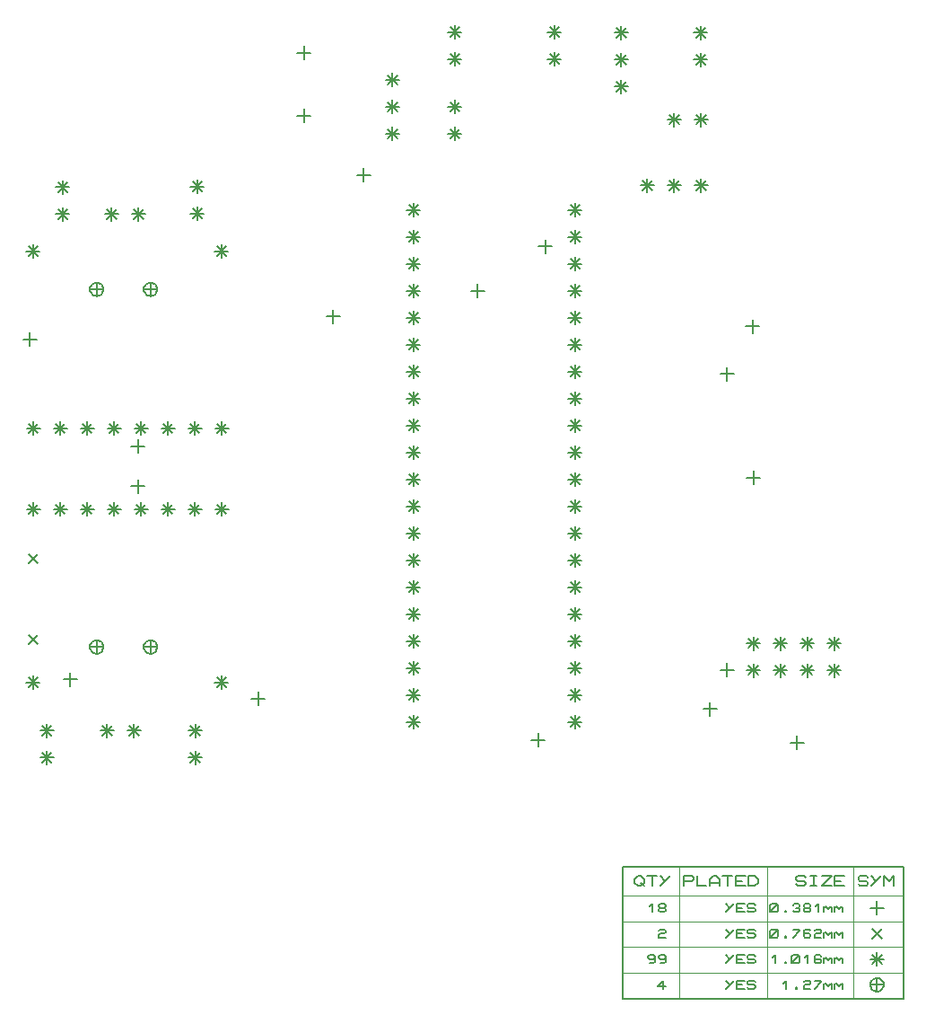
<source format=gbr>
G04 PROTEUS RS274X GERBER FILE*
%FSLAX45Y45*%
%MOMM*%
G01*
%ADD16C,0.203200*%
%ADD17C,0.127000*%
%ADD18C,0.063500*%
D16*
X+3105960Y+6892105D02*
X+3105960Y+6765105D01*
X+3169460Y+6828605D02*
X+3042460Y+6828605D01*
X+3105960Y+7482205D02*
X+3105960Y+7355205D01*
X+3169460Y+7418705D02*
X+3042460Y+7418705D01*
X+7097938Y+1665256D02*
X+7097938Y+1538256D01*
X+7161438Y+1601756D02*
X+7034438Y+1601756D01*
X+7097938Y+4457316D02*
X+7097938Y+4330316D01*
X+7161438Y+4393816D02*
X+7034438Y+4393816D01*
X+7350000Y+3478157D02*
X+7350000Y+3351157D01*
X+7413500Y+3414657D02*
X+7286500Y+3414657D01*
X+7340000Y+4903500D02*
X+7340000Y+4776500D01*
X+7403500Y+4840000D02*
X+7276500Y+4840000D01*
X+7760468Y+979516D02*
X+7760468Y+852516D01*
X+7823968Y+916016D02*
X+7696968Y+916016D01*
X+6936953Y+1297016D02*
X+6936953Y+1170016D01*
X+7000453Y+1233516D02*
X+6873453Y+1233516D01*
X+3379880Y+4999283D02*
X+3379880Y+4872283D01*
X+3443380Y+4935783D02*
X+3316380Y+4935783D01*
X+520000Y+4783500D02*
X+520000Y+4656500D01*
X+583500Y+4720000D02*
X+456500Y+4720000D01*
X+3670602Y+6330487D02*
X+3670602Y+6203487D01*
X+3734102Y+6266987D02*
X+3607102Y+6266987D01*
X+5384337Y+5657234D02*
X+5384337Y+5530234D01*
X+5447837Y+5593734D02*
X+5320837Y+5593734D01*
X+1540000Y+3773500D02*
X+1540000Y+3646500D01*
X+1603500Y+3710000D02*
X+1476500Y+3710000D01*
X+1540822Y+3396309D02*
X+1540822Y+3269309D01*
X+1604322Y+3332809D02*
X+1477322Y+3332809D01*
X+900544Y+1576911D02*
X+900544Y+1449911D01*
X+964044Y+1513411D02*
X+837044Y+1513411D01*
X+2674402Y+1397454D02*
X+2674402Y+1270454D01*
X+2737902Y+1333954D02*
X+2610902Y+1333954D01*
X+5315061Y+1005876D02*
X+5315061Y+878876D01*
X+5378561Y+942376D02*
X+5251561Y+942376D01*
X+4743828Y+5238311D02*
X+4743828Y+5111311D01*
X+4807328Y+5174811D02*
X+4680328Y+5174811D01*
X+5470000Y+7423500D02*
X+5470000Y+7296500D01*
X+5533500Y+7360000D02*
X+5406500Y+7360000D01*
X+5514901Y+7404901D02*
X+5425099Y+7315099D01*
X+5514901Y+7315099D02*
X+5425099Y+7404901D01*
X+5470000Y+7677500D02*
X+5470000Y+7550500D01*
X+5533500Y+7614000D02*
X+5406500Y+7614000D01*
X+5514901Y+7658901D02*
X+5425099Y+7569099D01*
X+5514901Y+7569099D02*
X+5425099Y+7658901D01*
X+4530000Y+7423500D02*
X+4530000Y+7296500D01*
X+4593500Y+7360000D02*
X+4466500Y+7360000D01*
X+4574901Y+7404901D02*
X+4485099Y+7315099D01*
X+4574901Y+7315099D02*
X+4485099Y+7404901D01*
X+4530000Y+7677500D02*
X+4530000Y+7550500D01*
X+4593500Y+7614000D02*
X+4466500Y+7614000D01*
X+4574901Y+7658901D02*
X+4485099Y+7569099D01*
X+4574901Y+7569099D02*
X+4485099Y+7658901D01*
X+6854000Y+6853500D02*
X+6854000Y+6726500D01*
X+6917500Y+6790000D02*
X+6790500Y+6790000D01*
X+6898901Y+6834901D02*
X+6809099Y+6745099D01*
X+6898901Y+6745099D02*
X+6809099Y+6834901D01*
X+6600000Y+6853500D02*
X+6600000Y+6726500D01*
X+6663500Y+6790000D02*
X+6536500Y+6790000D01*
X+6644901Y+6834901D02*
X+6555099Y+6745099D01*
X+6644901Y+6745099D02*
X+6555099Y+6834901D01*
X+4530000Y+6973500D02*
X+4530000Y+6846500D01*
X+4593500Y+6910000D02*
X+4466500Y+6910000D01*
X+4574901Y+6954901D02*
X+4485099Y+6865099D01*
X+4574901Y+6865099D02*
X+4485099Y+6954901D01*
X+4530000Y+6719500D02*
X+4530000Y+6592500D01*
X+4593500Y+6656000D02*
X+4466500Y+6656000D01*
X+4574901Y+6700901D02*
X+4485099Y+6611099D01*
X+4574901Y+6611099D02*
X+4485099Y+6700901D01*
X+2100000Y+6223500D02*
X+2100000Y+6096500D01*
X+2163500Y+6160000D02*
X+2036500Y+6160000D01*
X+2144901Y+6204901D02*
X+2055099Y+6115099D01*
X+2144901Y+6115099D02*
X+2055099Y+6204901D01*
X+2100000Y+5969500D02*
X+2100000Y+5842500D01*
X+2163500Y+5906000D02*
X+2036500Y+5906000D01*
X+2144901Y+5950901D02*
X+2055099Y+5861099D01*
X+2144901Y+5861099D02*
X+2055099Y+5950901D01*
X+830000Y+6217500D02*
X+830000Y+6090500D01*
X+893500Y+6154000D02*
X+766500Y+6154000D01*
X+874901Y+6198901D02*
X+785099Y+6109099D01*
X+874901Y+6109099D02*
X+785099Y+6198901D01*
X+830000Y+5963500D02*
X+830000Y+5836500D01*
X+893500Y+5900000D02*
X+766500Y+5900000D01*
X+874901Y+5944901D02*
X+785099Y+5855099D01*
X+874901Y+5855099D02*
X+785099Y+5944901D01*
X+1544000Y+5963500D02*
X+1544000Y+5836500D01*
X+1607500Y+5900000D02*
X+1480500Y+5900000D01*
X+1588901Y+5944901D02*
X+1499099Y+5855099D01*
X+1588901Y+5855099D02*
X+1499099Y+5944901D01*
X+1290000Y+5963500D02*
X+1290000Y+5836500D01*
X+1353500Y+5900000D02*
X+1226500Y+5900000D01*
X+1334901Y+5944901D02*
X+1245099Y+5855099D01*
X+1334901Y+5855099D02*
X+1245099Y+5944901D01*
X+2080000Y+839500D02*
X+2080000Y+712500D01*
X+2143500Y+776000D02*
X+2016500Y+776000D01*
X+2124901Y+820901D02*
X+2035099Y+731099D01*
X+2124901Y+731099D02*
X+2035099Y+820901D01*
X+2080000Y+1093500D02*
X+2080000Y+966500D01*
X+2143500Y+1030000D02*
X+2016500Y+1030000D01*
X+2124901Y+1074901D02*
X+2035099Y+985099D01*
X+2124901Y+985099D02*
X+2035099Y+1074901D01*
X+1504000Y+1093500D02*
X+1504000Y+966500D01*
X+1567500Y+1030000D02*
X+1440500Y+1030000D01*
X+1548901Y+1074901D02*
X+1459099Y+985099D01*
X+1548901Y+985099D02*
X+1459099Y+1074901D01*
X+1250000Y+1093500D02*
X+1250000Y+966500D01*
X+1313500Y+1030000D02*
X+1186500Y+1030000D01*
X+1294901Y+1074901D02*
X+1205099Y+985099D01*
X+1294901Y+985099D02*
X+1205099Y+1074901D01*
X+680000Y+839500D02*
X+680000Y+712500D01*
X+743500Y+776000D02*
X+616500Y+776000D01*
X+724901Y+820901D02*
X+635099Y+731099D01*
X+724901Y+731099D02*
X+635099Y+820901D01*
X+680000Y+1093500D02*
X+680000Y+966500D01*
X+743500Y+1030000D02*
X+616500Y+1030000D01*
X+724901Y+1074901D02*
X+635099Y+985099D01*
X+724901Y+985099D02*
X+635099Y+1074901D01*
X+550000Y+5613500D02*
X+550000Y+5486500D01*
X+613500Y+5550000D02*
X+486500Y+5550000D01*
X+594901Y+5594901D02*
X+505099Y+5505099D01*
X+594901Y+5505099D02*
X+505099Y+5594901D01*
X+2328000Y+5613500D02*
X+2328000Y+5486500D01*
X+2391500Y+5550000D02*
X+2264500Y+5550000D01*
X+2372901Y+5594901D02*
X+2283099Y+5505099D01*
X+2372901Y+5505099D02*
X+2283099Y+5594901D01*
X+550000Y+1549500D02*
X+550000Y+1422500D01*
X+613500Y+1486000D02*
X+486500Y+1486000D01*
X+594901Y+1530901D02*
X+505099Y+1441099D01*
X+594901Y+1441099D02*
X+505099Y+1530901D01*
X+2328000Y+1549500D02*
X+2328000Y+1422500D01*
X+2391500Y+1486000D02*
X+2264500Y+1486000D01*
X+2372901Y+1530901D02*
X+2283099Y+1441099D01*
X+2372901Y+1441099D02*
X+2283099Y+1530901D01*
X+6850000Y+7673500D02*
X+6850000Y+7546500D01*
X+6913500Y+7610000D02*
X+6786500Y+7610000D01*
X+6894901Y+7654901D02*
X+6805099Y+7565099D01*
X+6894901Y+7565099D02*
X+6805099Y+7654901D01*
X+6850000Y+7419500D02*
X+6850000Y+7292500D01*
X+6913500Y+7356000D02*
X+6786500Y+7356000D01*
X+6894901Y+7400901D02*
X+6805099Y+7311099D01*
X+6894901Y+7311099D02*
X+6805099Y+7400901D01*
X+7856000Y+1663500D02*
X+7856000Y+1536500D01*
X+7919500Y+1600000D02*
X+7792500Y+1600000D01*
X+7900901Y+1644901D02*
X+7811099Y+1555099D01*
X+7900901Y+1555099D02*
X+7811099Y+1644901D01*
X+7856000Y+1917500D02*
X+7856000Y+1790500D01*
X+7919500Y+1854000D02*
X+7792500Y+1854000D01*
X+7900901Y+1898901D02*
X+7811099Y+1809099D01*
X+7900901Y+1809099D02*
X+7811099Y+1898901D01*
X+8110000Y+1663500D02*
X+8110000Y+1536500D01*
X+8173500Y+1600000D02*
X+8046500Y+1600000D01*
X+8154901Y+1644901D02*
X+8065099Y+1555099D01*
X+8154901Y+1555099D02*
X+8065099Y+1644901D01*
X+7348000Y+1917500D02*
X+7348000Y+1790500D01*
X+7411500Y+1854000D02*
X+7284500Y+1854000D01*
X+7392901Y+1898901D02*
X+7303099Y+1809099D01*
X+7392901Y+1809099D02*
X+7303099Y+1898901D01*
X+7348000Y+1663500D02*
X+7348000Y+1536500D01*
X+7411500Y+1600000D02*
X+7284500Y+1600000D01*
X+7392901Y+1644901D02*
X+7303099Y+1555099D01*
X+7392901Y+1555099D02*
X+7303099Y+1644901D01*
X+7602000Y+1917500D02*
X+7602000Y+1790500D01*
X+7665500Y+1854000D02*
X+7538500Y+1854000D01*
X+7646901Y+1898901D02*
X+7557099Y+1809099D01*
X+7646901Y+1809099D02*
X+7557099Y+1898901D01*
X+7602000Y+1663500D02*
X+7602000Y+1536500D01*
X+7665500Y+1600000D02*
X+7538500Y+1600000D01*
X+7646901Y+1644901D02*
X+7557099Y+1555099D01*
X+7646901Y+1555099D02*
X+7557099Y+1644901D01*
X+8110000Y+1917500D02*
X+8110000Y+1790500D01*
X+8173500Y+1854000D02*
X+8046500Y+1854000D01*
X+8154901Y+1898901D02*
X+8065099Y+1809099D01*
X+8154901Y+1809099D02*
X+8065099Y+1898901D01*
X+5664000Y+1175500D02*
X+5664000Y+1048500D01*
X+5727500Y+1112000D02*
X+5600500Y+1112000D01*
X+5708901Y+1156901D02*
X+5619099Y+1067099D01*
X+5708901Y+1067099D02*
X+5619099Y+1156901D01*
X+4140000Y+5493500D02*
X+4140000Y+5366500D01*
X+4203500Y+5430000D02*
X+4076500Y+5430000D01*
X+4184901Y+5474901D02*
X+4095099Y+5385099D01*
X+4184901Y+5385099D02*
X+4095099Y+5474901D01*
X+4140000Y+6001500D02*
X+4140000Y+5874500D01*
X+4203500Y+5938000D02*
X+4076500Y+5938000D01*
X+4184901Y+5982901D02*
X+4095099Y+5893099D01*
X+4184901Y+5893099D02*
X+4095099Y+5982901D01*
X+5664000Y+1683500D02*
X+5664000Y+1556500D01*
X+5727500Y+1620000D02*
X+5600500Y+1620000D01*
X+5708901Y+1664901D02*
X+5619099Y+1575099D01*
X+5708901Y+1575099D02*
X+5619099Y+1664901D01*
X+4140000Y+2445500D02*
X+4140000Y+2318500D01*
X+4203500Y+2382000D02*
X+4076500Y+2382000D01*
X+4184901Y+2426901D02*
X+4095099Y+2337099D01*
X+4184901Y+2337099D02*
X+4095099Y+2426901D01*
X+4140000Y+2699500D02*
X+4140000Y+2572500D01*
X+4203500Y+2636000D02*
X+4076500Y+2636000D01*
X+4184901Y+2680901D02*
X+4095099Y+2591099D01*
X+4184901Y+2591099D02*
X+4095099Y+2680901D01*
X+4140000Y+2953500D02*
X+4140000Y+2826500D01*
X+4203500Y+2890000D02*
X+4076500Y+2890000D01*
X+4184901Y+2934901D02*
X+4095099Y+2845099D01*
X+4184901Y+2845099D02*
X+4095099Y+2934901D01*
X+4140000Y+3207500D02*
X+4140000Y+3080500D01*
X+4203500Y+3144000D02*
X+4076500Y+3144000D01*
X+4184901Y+3188901D02*
X+4095099Y+3099099D01*
X+4184901Y+3099099D02*
X+4095099Y+3188901D01*
X+4140000Y+3461500D02*
X+4140000Y+3334500D01*
X+4203500Y+3398000D02*
X+4076500Y+3398000D01*
X+4184901Y+3442901D02*
X+4095099Y+3353099D01*
X+4184901Y+3353099D02*
X+4095099Y+3442901D01*
X+4140000Y+3715500D02*
X+4140000Y+3588500D01*
X+4203500Y+3652000D02*
X+4076500Y+3652000D01*
X+4184901Y+3696901D02*
X+4095099Y+3607099D01*
X+4184901Y+3607099D02*
X+4095099Y+3696901D01*
X+4140000Y+3969500D02*
X+4140000Y+3842500D01*
X+4203500Y+3906000D02*
X+4076500Y+3906000D01*
X+4184901Y+3950901D02*
X+4095099Y+3861099D01*
X+4184901Y+3861099D02*
X+4095099Y+3950901D01*
X+4140000Y+4223500D02*
X+4140000Y+4096500D01*
X+4203500Y+4160000D02*
X+4076500Y+4160000D01*
X+4184901Y+4204901D02*
X+4095099Y+4115099D01*
X+4184901Y+4115099D02*
X+4095099Y+4204901D01*
X+5664000Y+4985500D02*
X+5664000Y+4858500D01*
X+5727500Y+4922000D02*
X+5600500Y+4922000D01*
X+5708901Y+4966901D02*
X+5619099Y+4877099D01*
X+5708901Y+4877099D02*
X+5619099Y+4966901D01*
X+5664000Y+4731500D02*
X+5664000Y+4604500D01*
X+5727500Y+4668000D02*
X+5600500Y+4668000D01*
X+5708901Y+4712901D02*
X+5619099Y+4623099D01*
X+5708901Y+4623099D02*
X+5619099Y+4712901D01*
X+5664000Y+4477500D02*
X+5664000Y+4350500D01*
X+5727500Y+4414000D02*
X+5600500Y+4414000D01*
X+5708901Y+4458901D02*
X+5619099Y+4369099D01*
X+5708901Y+4369099D02*
X+5619099Y+4458901D01*
X+5664000Y+4223500D02*
X+5664000Y+4096500D01*
X+5727500Y+4160000D02*
X+5600500Y+4160000D01*
X+5708901Y+4204901D02*
X+5619099Y+4115099D01*
X+5708901Y+4115099D02*
X+5619099Y+4204901D01*
X+5664000Y+3969500D02*
X+5664000Y+3842500D01*
X+5727500Y+3906000D02*
X+5600500Y+3906000D01*
X+5708901Y+3950901D02*
X+5619099Y+3861099D01*
X+5708901Y+3861099D02*
X+5619099Y+3950901D01*
X+5664000Y+3715500D02*
X+5664000Y+3588500D01*
X+5727500Y+3652000D02*
X+5600500Y+3652000D01*
X+5708901Y+3696901D02*
X+5619099Y+3607099D01*
X+5708901Y+3607099D02*
X+5619099Y+3696901D01*
X+4140000Y+4477500D02*
X+4140000Y+4350500D01*
X+4203500Y+4414000D02*
X+4076500Y+4414000D01*
X+4184901Y+4458901D02*
X+4095099Y+4369099D01*
X+4184901Y+4369099D02*
X+4095099Y+4458901D01*
X+4140000Y+4731500D02*
X+4140000Y+4604500D01*
X+4203500Y+4668000D02*
X+4076500Y+4668000D01*
X+4184901Y+4712901D02*
X+4095099Y+4623099D01*
X+4184901Y+4623099D02*
X+4095099Y+4712901D01*
X+4140000Y+4985500D02*
X+4140000Y+4858500D01*
X+4203500Y+4922000D02*
X+4076500Y+4922000D01*
X+4184901Y+4966901D02*
X+4095099Y+4877099D01*
X+4184901Y+4877099D02*
X+4095099Y+4966901D01*
X+5664000Y+3461500D02*
X+5664000Y+3334500D01*
X+5727500Y+3398000D02*
X+5600500Y+3398000D01*
X+5708901Y+3442901D02*
X+5619099Y+3353099D01*
X+5708901Y+3353099D02*
X+5619099Y+3442901D01*
X+5664000Y+3207500D02*
X+5664000Y+3080500D01*
X+5727500Y+3144000D02*
X+5600500Y+3144000D01*
X+5708901Y+3188901D02*
X+5619099Y+3099099D01*
X+5708901Y+3099099D02*
X+5619099Y+3188901D01*
X+5664000Y+2953500D02*
X+5664000Y+2826500D01*
X+5727500Y+2890000D02*
X+5600500Y+2890000D01*
X+5708901Y+2934901D02*
X+5619099Y+2845099D01*
X+5708901Y+2845099D02*
X+5619099Y+2934901D01*
X+5664000Y+2699500D02*
X+5664000Y+2572500D01*
X+5727500Y+2636000D02*
X+5600500Y+2636000D01*
X+5708901Y+2680901D02*
X+5619099Y+2591099D01*
X+5708901Y+2591099D02*
X+5619099Y+2680901D01*
X+5664000Y+2445500D02*
X+5664000Y+2318500D01*
X+5727500Y+2382000D02*
X+5600500Y+2382000D01*
X+5708901Y+2426901D02*
X+5619099Y+2337099D01*
X+5708901Y+2337099D02*
X+5619099Y+2426901D01*
X+5664000Y+2191500D02*
X+5664000Y+2064500D01*
X+5727500Y+2128000D02*
X+5600500Y+2128000D01*
X+5708901Y+2172901D02*
X+5619099Y+2083099D01*
X+5708901Y+2083099D02*
X+5619099Y+2172901D01*
X+5664000Y+1937500D02*
X+5664000Y+1810500D01*
X+5727500Y+1874000D02*
X+5600500Y+1874000D01*
X+5708901Y+1918901D02*
X+5619099Y+1829099D01*
X+5708901Y+1829099D02*
X+5619099Y+1918901D01*
X+4140000Y+5239500D02*
X+4140000Y+5112500D01*
X+4203500Y+5176000D02*
X+4076500Y+5176000D01*
X+4184901Y+5220901D02*
X+4095099Y+5131099D01*
X+4184901Y+5131099D02*
X+4095099Y+5220901D01*
X+5664000Y+6001500D02*
X+5664000Y+5874500D01*
X+5727500Y+5938000D02*
X+5600500Y+5938000D01*
X+5708901Y+5982901D02*
X+5619099Y+5893099D01*
X+5708901Y+5893099D02*
X+5619099Y+5982901D01*
X+5664000Y+5747500D02*
X+5664000Y+5620500D01*
X+5727500Y+5684000D02*
X+5600500Y+5684000D01*
X+5708901Y+5728901D02*
X+5619099Y+5639099D01*
X+5708901Y+5639099D02*
X+5619099Y+5728901D01*
X+5664000Y+5493500D02*
X+5664000Y+5366500D01*
X+5727500Y+5430000D02*
X+5600500Y+5430000D01*
X+5708901Y+5474901D02*
X+5619099Y+5385099D01*
X+5708901Y+5385099D02*
X+5619099Y+5474901D01*
X+5664000Y+5239500D02*
X+5664000Y+5112500D01*
X+5727500Y+5176000D02*
X+5600500Y+5176000D01*
X+5708901Y+5220901D02*
X+5619099Y+5131099D01*
X+5708901Y+5131099D02*
X+5619099Y+5220901D01*
X+4140000Y+1429500D02*
X+4140000Y+1302500D01*
X+4203500Y+1366000D02*
X+4076500Y+1366000D01*
X+4184901Y+1410901D02*
X+4095099Y+1321099D01*
X+4184901Y+1321099D02*
X+4095099Y+1410901D01*
X+4140000Y+1683500D02*
X+4140000Y+1556500D01*
X+4203500Y+1620000D02*
X+4076500Y+1620000D01*
X+4184901Y+1664901D02*
X+4095099Y+1575099D01*
X+4184901Y+1575099D02*
X+4095099Y+1664901D01*
X+4140000Y+1937500D02*
X+4140000Y+1810500D01*
X+4203500Y+1874000D02*
X+4076500Y+1874000D01*
X+4184901Y+1918901D02*
X+4095099Y+1829099D01*
X+4184901Y+1829099D02*
X+4095099Y+1918901D01*
X+5664000Y+1429500D02*
X+5664000Y+1302500D01*
X+5727500Y+1366000D02*
X+5600500Y+1366000D01*
X+5708901Y+1410901D02*
X+5619099Y+1321099D01*
X+5708901Y+1321099D02*
X+5619099Y+1410901D01*
X+4140000Y+5747500D02*
X+4140000Y+5620500D01*
X+4203500Y+5684000D02*
X+4076500Y+5684000D01*
X+4184901Y+5728901D02*
X+4095099Y+5639099D01*
X+4184901Y+5639099D02*
X+4095099Y+5728901D01*
X+4140000Y+2191500D02*
X+4140000Y+2064500D01*
X+4203500Y+2128000D02*
X+4076500Y+2128000D01*
X+4184901Y+2172901D02*
X+4095099Y+2083099D01*
X+4184901Y+2083099D02*
X+4095099Y+2172901D01*
X+4140000Y+1175500D02*
X+4140000Y+1048500D01*
X+4203500Y+1112000D02*
X+4076500Y+1112000D01*
X+4184901Y+1156901D02*
X+4095099Y+1067099D01*
X+4184901Y+1067099D02*
X+4095099Y+1156901D01*
X+2330000Y+3181500D02*
X+2330000Y+3054500D01*
X+2393500Y+3118000D02*
X+2266500Y+3118000D01*
X+2374901Y+3162901D02*
X+2285099Y+3073099D01*
X+2374901Y+3073099D02*
X+2285099Y+3162901D01*
X+2076000Y+3181500D02*
X+2076000Y+3054500D01*
X+2139500Y+3118000D02*
X+2012500Y+3118000D01*
X+2120901Y+3162901D02*
X+2031099Y+3073099D01*
X+2120901Y+3073099D02*
X+2031099Y+3162901D01*
X+1822000Y+3181500D02*
X+1822000Y+3054500D01*
X+1885500Y+3118000D02*
X+1758500Y+3118000D01*
X+1866901Y+3162901D02*
X+1777099Y+3073099D01*
X+1866901Y+3073099D02*
X+1777099Y+3162901D01*
X+1568000Y+3181500D02*
X+1568000Y+3054500D01*
X+1631500Y+3118000D02*
X+1504500Y+3118000D01*
X+1612901Y+3162901D02*
X+1523099Y+3073099D01*
X+1612901Y+3073099D02*
X+1523099Y+3162901D01*
X+1314000Y+3181500D02*
X+1314000Y+3054500D01*
X+1377500Y+3118000D02*
X+1250500Y+3118000D01*
X+1358901Y+3162901D02*
X+1269099Y+3073099D01*
X+1358901Y+3073099D02*
X+1269099Y+3162901D01*
X+1060000Y+3181500D02*
X+1060000Y+3054500D01*
X+1123500Y+3118000D02*
X+996500Y+3118000D01*
X+1104901Y+3162901D02*
X+1015099Y+3073099D01*
X+1104901Y+3073099D02*
X+1015099Y+3162901D01*
X+806000Y+3181500D02*
X+806000Y+3054500D01*
X+869500Y+3118000D02*
X+742500Y+3118000D01*
X+850901Y+3162901D02*
X+761099Y+3073099D01*
X+850901Y+3073099D02*
X+761099Y+3162901D01*
X+552000Y+3181500D02*
X+552000Y+3054500D01*
X+615500Y+3118000D02*
X+488500Y+3118000D01*
X+596901Y+3162901D02*
X+507099Y+3073099D01*
X+596901Y+3073099D02*
X+507099Y+3162901D01*
X+552000Y+3943500D02*
X+552000Y+3816500D01*
X+615500Y+3880000D02*
X+488500Y+3880000D01*
X+596901Y+3924901D02*
X+507099Y+3835099D01*
X+596901Y+3835099D02*
X+507099Y+3924901D01*
X+806000Y+3943500D02*
X+806000Y+3816500D01*
X+869500Y+3880000D02*
X+742500Y+3880000D01*
X+850901Y+3924901D02*
X+761099Y+3835099D01*
X+850901Y+3835099D02*
X+761099Y+3924901D01*
X+1060000Y+3943500D02*
X+1060000Y+3816500D01*
X+1123500Y+3880000D02*
X+996500Y+3880000D01*
X+1104901Y+3924901D02*
X+1015099Y+3835099D01*
X+1104901Y+3835099D02*
X+1015099Y+3924901D01*
X+1314000Y+3943500D02*
X+1314000Y+3816500D01*
X+1377500Y+3880000D02*
X+1250500Y+3880000D01*
X+1358901Y+3924901D02*
X+1269099Y+3835099D01*
X+1358901Y+3835099D02*
X+1269099Y+3924901D01*
X+1568000Y+3943500D02*
X+1568000Y+3816500D01*
X+1631500Y+3880000D02*
X+1504500Y+3880000D01*
X+1612901Y+3924901D02*
X+1523099Y+3835099D01*
X+1612901Y+3835099D02*
X+1523099Y+3924901D01*
X+1822000Y+3943500D02*
X+1822000Y+3816500D01*
X+1885500Y+3880000D02*
X+1758500Y+3880000D01*
X+1866901Y+3924901D02*
X+1777099Y+3835099D01*
X+1866901Y+3835099D02*
X+1777099Y+3924901D01*
X+2076000Y+3943500D02*
X+2076000Y+3816500D01*
X+2139500Y+3880000D02*
X+2012500Y+3880000D01*
X+2120901Y+3924901D02*
X+2031099Y+3835099D01*
X+2120901Y+3835099D02*
X+2031099Y+3924901D01*
X+2330000Y+3943500D02*
X+2330000Y+3816500D01*
X+2393500Y+3880000D02*
X+2266500Y+3880000D01*
X+2374901Y+3924901D02*
X+2285099Y+3835099D01*
X+2374901Y+3835099D02*
X+2285099Y+3924901D01*
X+3940000Y+7227500D02*
X+3940000Y+7100500D01*
X+4003500Y+7164000D02*
X+3876500Y+7164000D01*
X+3984901Y+7208901D02*
X+3895099Y+7119099D01*
X+3984901Y+7119099D02*
X+3895099Y+7208901D01*
X+3940000Y+6973500D02*
X+3940000Y+6846500D01*
X+4003500Y+6910000D02*
X+3876500Y+6910000D01*
X+3984901Y+6954901D02*
X+3895099Y+6865099D01*
X+3984901Y+6865099D02*
X+3895099Y+6954901D01*
X+3940000Y+6719500D02*
X+3940000Y+6592500D01*
X+4003500Y+6656000D02*
X+3876500Y+6656000D01*
X+3984901Y+6700901D02*
X+3895099Y+6611099D01*
X+3984901Y+6611099D02*
X+3895099Y+6700901D01*
X+6854000Y+6233500D02*
X+6854000Y+6106500D01*
X+6917500Y+6170000D02*
X+6790500Y+6170000D01*
X+6898901Y+6214901D02*
X+6809099Y+6125099D01*
X+6898901Y+6125099D02*
X+6809099Y+6214901D01*
X+6600000Y+6233500D02*
X+6600000Y+6106500D01*
X+6663500Y+6170000D02*
X+6536500Y+6170000D01*
X+6644901Y+6214901D02*
X+6555099Y+6125099D01*
X+6644901Y+6125099D02*
X+6555099Y+6214901D01*
X+6346000Y+6233500D02*
X+6346000Y+6106500D01*
X+6409500Y+6170000D02*
X+6282500Y+6170000D01*
X+6390901Y+6214901D02*
X+6301099Y+6125099D01*
X+6390901Y+6125099D02*
X+6301099Y+6214901D01*
X+1721500Y+5190000D02*
X+1721275Y+5195335D01*
X+1719449Y+5206007D01*
X+1715624Y+5216679D01*
X+1709353Y+5227351D01*
X+1699780Y+5237819D01*
X+1689108Y+5245358D01*
X+1678436Y+5250122D01*
X+1667764Y+5252745D01*
X+1658000Y+5253500D01*
X+1594500Y+5190000D02*
X+1594725Y+5195335D01*
X+1596551Y+5206007D01*
X+1600376Y+5216679D01*
X+1606647Y+5227351D01*
X+1616220Y+5237819D01*
X+1626892Y+5245358D01*
X+1637564Y+5250122D01*
X+1648236Y+5252745D01*
X+1658000Y+5253500D01*
X+1594500Y+5190000D02*
X+1594725Y+5184665D01*
X+1596551Y+5173993D01*
X+1600376Y+5163321D01*
X+1606647Y+5152649D01*
X+1616220Y+5142181D01*
X+1626892Y+5134642D01*
X+1637564Y+5129878D01*
X+1648236Y+5127255D01*
X+1658000Y+5126500D01*
X+1721500Y+5190000D02*
X+1721275Y+5184665D01*
X+1719449Y+5173993D01*
X+1715624Y+5163321D01*
X+1709353Y+5152649D01*
X+1699780Y+5142181D01*
X+1689108Y+5134642D01*
X+1678436Y+5129878D01*
X+1667764Y+5127255D01*
X+1658000Y+5126500D01*
X+1658000Y+5253500D02*
X+1658000Y+5126500D01*
X+1721500Y+5190000D02*
X+1594500Y+5190000D01*
X+1213500Y+5190000D02*
X+1213275Y+5195335D01*
X+1211449Y+5206007D01*
X+1207624Y+5216679D01*
X+1201353Y+5227351D01*
X+1191780Y+5237819D01*
X+1181108Y+5245358D01*
X+1170436Y+5250122D01*
X+1159764Y+5252745D01*
X+1150000Y+5253500D01*
X+1086500Y+5190000D02*
X+1086725Y+5195335D01*
X+1088551Y+5206007D01*
X+1092376Y+5216679D01*
X+1098647Y+5227351D01*
X+1108220Y+5237819D01*
X+1118892Y+5245358D01*
X+1129564Y+5250122D01*
X+1140236Y+5252745D01*
X+1150000Y+5253500D01*
X+1086500Y+5190000D02*
X+1086725Y+5184665D01*
X+1088551Y+5173993D01*
X+1092376Y+5163321D01*
X+1098647Y+5152649D01*
X+1108220Y+5142181D01*
X+1118892Y+5134642D01*
X+1129564Y+5129878D01*
X+1140236Y+5127255D01*
X+1150000Y+5126500D01*
X+1213500Y+5190000D02*
X+1213275Y+5184665D01*
X+1211449Y+5173993D01*
X+1207624Y+5163321D01*
X+1201353Y+5152649D01*
X+1191780Y+5142181D01*
X+1181108Y+5134642D01*
X+1170436Y+5129878D01*
X+1159764Y+5127255D01*
X+1150000Y+5126500D01*
X+1150000Y+5253500D02*
X+1150000Y+5126500D01*
X+1213500Y+5190000D02*
X+1086500Y+5190000D01*
X+1721500Y+1820000D02*
X+1721275Y+1825335D01*
X+1719449Y+1836007D01*
X+1715624Y+1846679D01*
X+1709353Y+1857351D01*
X+1699780Y+1867819D01*
X+1689108Y+1875358D01*
X+1678436Y+1880122D01*
X+1667764Y+1882745D01*
X+1658000Y+1883500D01*
X+1594500Y+1820000D02*
X+1594725Y+1825335D01*
X+1596551Y+1836007D01*
X+1600376Y+1846679D01*
X+1606647Y+1857351D01*
X+1616220Y+1867819D01*
X+1626892Y+1875358D01*
X+1637564Y+1880122D01*
X+1648236Y+1882745D01*
X+1658000Y+1883500D01*
X+1594500Y+1820000D02*
X+1594725Y+1814665D01*
X+1596551Y+1803993D01*
X+1600376Y+1793321D01*
X+1606647Y+1782649D01*
X+1616220Y+1772181D01*
X+1626892Y+1764642D01*
X+1637564Y+1759878D01*
X+1648236Y+1757255D01*
X+1658000Y+1756500D01*
X+1721500Y+1820000D02*
X+1721275Y+1814665D01*
X+1719449Y+1803993D01*
X+1715624Y+1793321D01*
X+1709353Y+1782649D01*
X+1699780Y+1772181D01*
X+1689108Y+1764642D01*
X+1678436Y+1759878D01*
X+1667764Y+1757255D01*
X+1658000Y+1756500D01*
X+1658000Y+1883500D02*
X+1658000Y+1756500D01*
X+1721500Y+1820000D02*
X+1594500Y+1820000D01*
X+1213500Y+1820000D02*
X+1213275Y+1825335D01*
X+1211449Y+1836007D01*
X+1207624Y+1846679D01*
X+1201353Y+1857351D01*
X+1191780Y+1867819D01*
X+1181108Y+1875358D01*
X+1170436Y+1880122D01*
X+1159764Y+1882745D01*
X+1150000Y+1883500D01*
X+1086500Y+1820000D02*
X+1086725Y+1825335D01*
X+1088551Y+1836007D01*
X+1092376Y+1846679D01*
X+1098647Y+1857351D01*
X+1108220Y+1867819D01*
X+1118892Y+1875358D01*
X+1129564Y+1880122D01*
X+1140236Y+1882745D01*
X+1150000Y+1883500D01*
X+1086500Y+1820000D02*
X+1086725Y+1814665D01*
X+1088551Y+1803993D01*
X+1092376Y+1793321D01*
X+1098647Y+1782649D01*
X+1108220Y+1772181D01*
X+1118892Y+1764642D01*
X+1129564Y+1759878D01*
X+1140236Y+1757255D01*
X+1150000Y+1756500D01*
X+1213500Y+1820000D02*
X+1213275Y+1814665D01*
X+1211449Y+1803993D01*
X+1207624Y+1793321D01*
X+1201353Y+1782649D01*
X+1191780Y+1772181D01*
X+1181108Y+1764642D01*
X+1170436Y+1759878D01*
X+1159764Y+1757255D01*
X+1150000Y+1756500D01*
X+1150000Y+1883500D02*
X+1150000Y+1756500D01*
X+1213500Y+1820000D02*
X+1086500Y+1820000D01*
X+594901Y+1934901D02*
X+505099Y+1845099D01*
X+594901Y+1845099D02*
X+505099Y+1934901D01*
X+594901Y+2696901D02*
X+505099Y+2607099D01*
X+594901Y+2607099D02*
X+505099Y+2696901D01*
X+6100000Y+7673500D02*
X+6100000Y+7546500D01*
X+6163500Y+7610000D02*
X+6036500Y+7610000D01*
X+6144901Y+7654901D02*
X+6055099Y+7565099D01*
X+6144901Y+7565099D02*
X+6055099Y+7654901D01*
X+6100000Y+7419500D02*
X+6100000Y+7292500D01*
X+6163500Y+7356000D02*
X+6036500Y+7356000D01*
X+6144901Y+7400901D02*
X+6055099Y+7311099D01*
X+6144901Y+7311099D02*
X+6055099Y+7400901D01*
X+6100000Y+7165500D02*
X+6100000Y+7038500D01*
X+6163500Y+7102000D02*
X+6036500Y+7102000D01*
X+6144901Y+7146901D02*
X+6055099Y+7057099D01*
X+6144901Y+7057099D02*
X+6055099Y+7146901D01*
D17*
X+6116020Y-1498760D02*
X+8760160Y-1498760D01*
X+8760160Y-254160D01*
X+6116020Y-254160D01*
X+6116020Y-1498760D01*
D18*
X+8292798Y-254160D02*
X+8292798Y-1498760D01*
X+7479998Y-254160D02*
X+7479998Y-1498760D01*
X+6646878Y-254160D02*
X+6646878Y-1498760D01*
X+8760160Y-527210D02*
X+6116020Y-527210D01*
X+8760160Y-768510D02*
X+6116020Y-768510D01*
X+8760160Y-1009810D02*
X+6116020Y-1009810D01*
X+8760160Y-1251110D02*
X+6116020Y-1251110D01*
D17*
X+8337250Y-417990D02*
X+8352490Y-433230D01*
X+8413450Y-433230D01*
X+8428690Y-417990D01*
X+8428690Y-402750D01*
X+8413450Y-387510D01*
X+8352490Y-387510D01*
X+8337250Y-372270D01*
X+8337250Y-357030D01*
X+8352490Y-341790D01*
X+8413450Y-341790D01*
X+8428690Y-357030D01*
X+8550610Y-341790D02*
X+8459170Y-433230D01*
X+8459170Y-341790D02*
X+8504890Y-387510D01*
X+8581090Y-433230D02*
X+8581090Y-341790D01*
X+8626810Y-387510D01*
X+8672530Y-341790D01*
X+8672530Y-433230D01*
X+7747970Y-417990D02*
X+7763210Y-433230D01*
X+7824170Y-433230D01*
X+7839410Y-417990D01*
X+7839410Y-402750D01*
X+7824170Y-387510D01*
X+7763210Y-387510D01*
X+7747970Y-372270D01*
X+7747970Y-357030D01*
X+7763210Y-341790D01*
X+7824170Y-341790D01*
X+7839410Y-357030D01*
X+7885130Y-341790D02*
X+7946090Y-341790D01*
X+7915610Y-341790D02*
X+7915610Y-433230D01*
X+7885130Y-433230D02*
X+7946090Y-433230D01*
X+7991810Y-341790D02*
X+8083250Y-341790D01*
X+7991810Y-433230D01*
X+8083250Y-433230D01*
X+8205170Y-433230D02*
X+8113730Y-433230D01*
X+8113730Y-341790D01*
X+8205170Y-341790D01*
X+8113730Y-387510D02*
X+8174690Y-387510D01*
X+6691330Y-433230D02*
X+6691330Y-341790D01*
X+6767530Y-341790D01*
X+6782770Y-357030D01*
X+6782770Y-372270D01*
X+6767530Y-387510D01*
X+6691330Y-387510D01*
X+6813250Y-341790D02*
X+6813250Y-433230D01*
X+6904690Y-433230D01*
X+6935170Y-433230D02*
X+6935170Y-372270D01*
X+6965650Y-341790D01*
X+6996130Y-341790D01*
X+7026610Y-372270D01*
X+7026610Y-433230D01*
X+6935170Y-402750D02*
X+7026610Y-402750D01*
X+7057090Y-341790D02*
X+7148530Y-341790D01*
X+7102810Y-341790D02*
X+7102810Y-433230D01*
X+7270450Y-433230D02*
X+7179010Y-433230D01*
X+7179010Y-341790D01*
X+7270450Y-341790D01*
X+7179010Y-387510D02*
X+7239970Y-387510D01*
X+7300930Y-433230D02*
X+7300930Y-341790D01*
X+7361890Y-341790D01*
X+7392370Y-372270D01*
X+7392370Y-402750D01*
X+7361890Y-433230D01*
X+7300930Y-433230D01*
X+6223970Y-372270D02*
X+6254450Y-341790D01*
X+6284930Y-341790D01*
X+6315410Y-372270D01*
X+6315410Y-402750D01*
X+6284930Y-433230D01*
X+6254450Y-433230D01*
X+6223970Y-402750D01*
X+6223970Y-372270D01*
X+6284930Y-402750D02*
X+6315410Y-433230D01*
X+6345890Y-341790D02*
X+6437330Y-341790D01*
X+6391610Y-341790D02*
X+6391610Y-433230D01*
X+6559250Y-341790D02*
X+6467810Y-433230D01*
X+6467810Y-341790D02*
X+6513530Y-387510D01*
D16*
X+8513780Y-578010D02*
X+8513780Y-705010D01*
X+8577280Y-641510D02*
X+8450280Y-641510D01*
D17*
X+7505400Y-666910D02*
X+7505400Y-616110D01*
X+7518100Y-603410D01*
X+7568900Y-603410D01*
X+7581600Y-616110D01*
X+7581600Y-666910D01*
X+7568900Y-679610D01*
X+7518100Y-679610D01*
X+7505400Y-666910D01*
X+7505400Y-679610D02*
X+7581600Y-603410D01*
X+7645100Y-666910D02*
X+7657800Y-666910D01*
X+7657800Y-679610D01*
X+7645100Y-679610D01*
X+7645100Y-666910D01*
X+7721300Y-616110D02*
X+7734000Y-603410D01*
X+7772100Y-603410D01*
X+7784800Y-616110D01*
X+7784800Y-628810D01*
X+7772100Y-641510D01*
X+7784800Y-654210D01*
X+7784800Y-666910D01*
X+7772100Y-679610D01*
X+7734000Y-679610D01*
X+7721300Y-666910D01*
X+7746700Y-641510D02*
X+7772100Y-641510D01*
X+7835600Y-641510D02*
X+7822900Y-628810D01*
X+7822900Y-616110D01*
X+7835600Y-603410D01*
X+7873700Y-603410D01*
X+7886400Y-616110D01*
X+7886400Y-628810D01*
X+7873700Y-641510D01*
X+7835600Y-641510D01*
X+7822900Y-654210D01*
X+7822900Y-666910D01*
X+7835600Y-679610D01*
X+7873700Y-679610D01*
X+7886400Y-666910D01*
X+7886400Y-654210D01*
X+7873700Y-641510D01*
X+7937200Y-628810D02*
X+7962600Y-603410D01*
X+7962600Y-679610D01*
X+8013400Y-679610D02*
X+8013400Y-628810D01*
X+8013400Y-641510D02*
X+8026100Y-628810D01*
X+8051500Y-654210D01*
X+8076900Y-628810D01*
X+8089600Y-641510D01*
X+8089600Y-679610D01*
X+8115000Y-679610D02*
X+8115000Y-628810D01*
X+8115000Y-641510D02*
X+8127700Y-628810D01*
X+8153100Y-654210D01*
X+8178500Y-628810D01*
X+8191200Y-641510D01*
X+8191200Y-679610D01*
X+7162500Y-603410D02*
X+7086300Y-679610D01*
X+7086300Y-603410D02*
X+7124400Y-641510D01*
X+7264100Y-679610D02*
X+7187900Y-679610D01*
X+7187900Y-603410D01*
X+7264100Y-603410D01*
X+7187900Y-641510D02*
X+7238700Y-641510D01*
X+7289500Y-666910D02*
X+7302200Y-679610D01*
X+7353000Y-679610D01*
X+7365700Y-666910D01*
X+7365700Y-654210D01*
X+7353000Y-641510D01*
X+7302200Y-641510D01*
X+7289500Y-628810D01*
X+7289500Y-616110D01*
X+7302200Y-603410D01*
X+7353000Y-603410D01*
X+7365700Y-616110D01*
X+6367480Y-628810D02*
X+6392880Y-603410D01*
X+6392880Y-679610D01*
X+6469080Y-641510D02*
X+6456380Y-628810D01*
X+6456380Y-616110D01*
X+6469080Y-603410D01*
X+6507180Y-603410D01*
X+6519880Y-616110D01*
X+6519880Y-628810D01*
X+6507180Y-641510D01*
X+6469080Y-641510D01*
X+6456380Y-654210D01*
X+6456380Y-666910D01*
X+6469080Y-679610D01*
X+6507180Y-679610D01*
X+6519880Y-666910D01*
X+6519880Y-654210D01*
X+6507180Y-641510D01*
D16*
X+8558681Y-837909D02*
X+8468879Y-927711D01*
X+8558681Y-927711D02*
X+8468879Y-837909D01*
D17*
X+7505400Y-908210D02*
X+7505400Y-857410D01*
X+7518100Y-844710D01*
X+7568900Y-844710D01*
X+7581600Y-857410D01*
X+7581600Y-908210D01*
X+7568900Y-920910D01*
X+7518100Y-920910D01*
X+7505400Y-908210D01*
X+7505400Y-920910D02*
X+7581600Y-844710D01*
X+7645100Y-908210D02*
X+7657800Y-908210D01*
X+7657800Y-920910D01*
X+7645100Y-920910D01*
X+7645100Y-908210D01*
X+7721300Y-844710D02*
X+7784800Y-844710D01*
X+7784800Y-857410D01*
X+7721300Y-920910D01*
X+7886400Y-857410D02*
X+7873700Y-844710D01*
X+7835600Y-844710D01*
X+7822900Y-857410D01*
X+7822900Y-908210D01*
X+7835600Y-920910D01*
X+7873700Y-920910D01*
X+7886400Y-908210D01*
X+7886400Y-895510D01*
X+7873700Y-882810D01*
X+7822900Y-882810D01*
X+7924500Y-857410D02*
X+7937200Y-844710D01*
X+7975300Y-844710D01*
X+7988000Y-857410D01*
X+7988000Y-870110D01*
X+7975300Y-882810D01*
X+7937200Y-882810D01*
X+7924500Y-895510D01*
X+7924500Y-920910D01*
X+7988000Y-920910D01*
X+8013400Y-920910D02*
X+8013400Y-870110D01*
X+8013400Y-882810D02*
X+8026100Y-870110D01*
X+8051500Y-895510D01*
X+8076900Y-870110D01*
X+8089600Y-882810D01*
X+8089600Y-920910D01*
X+8115000Y-920910D02*
X+8115000Y-870110D01*
X+8115000Y-882810D02*
X+8127700Y-870110D01*
X+8153100Y-895510D01*
X+8178500Y-870110D01*
X+8191200Y-882810D01*
X+8191200Y-920910D01*
X+7162500Y-844710D02*
X+7086300Y-920910D01*
X+7086300Y-844710D02*
X+7124400Y-882810D01*
X+7264100Y-920910D02*
X+7187900Y-920910D01*
X+7187900Y-844710D01*
X+7264100Y-844710D01*
X+7187900Y-882810D02*
X+7238700Y-882810D01*
X+7289500Y-908210D02*
X+7302200Y-920910D01*
X+7353000Y-920910D01*
X+7365700Y-908210D01*
X+7365700Y-895510D01*
X+7353000Y-882810D01*
X+7302200Y-882810D01*
X+7289500Y-870110D01*
X+7289500Y-857410D01*
X+7302200Y-844710D01*
X+7353000Y-844710D01*
X+7365700Y-857410D01*
X+6456380Y-857410D02*
X+6469080Y-844710D01*
X+6507180Y-844710D01*
X+6519880Y-857410D01*
X+6519880Y-870110D01*
X+6507180Y-882810D01*
X+6469080Y-882810D01*
X+6456380Y-895510D01*
X+6456380Y-920910D01*
X+6519880Y-920910D01*
D16*
X+8513780Y-1060610D02*
X+8513780Y-1187610D01*
X+8577280Y-1124110D02*
X+8450280Y-1124110D01*
X+8558681Y-1079209D02*
X+8468879Y-1169011D01*
X+8558681Y-1169011D02*
X+8468879Y-1079209D01*
D17*
X+7530800Y-1111410D02*
X+7556200Y-1086010D01*
X+7556200Y-1162210D01*
X+7645100Y-1149510D02*
X+7657800Y-1149510D01*
X+7657800Y-1162210D01*
X+7645100Y-1162210D01*
X+7645100Y-1149510D01*
X+7708600Y-1149510D02*
X+7708600Y-1098710D01*
X+7721300Y-1086010D01*
X+7772100Y-1086010D01*
X+7784800Y-1098710D01*
X+7784800Y-1149510D01*
X+7772100Y-1162210D01*
X+7721300Y-1162210D01*
X+7708600Y-1149510D01*
X+7708600Y-1162210D02*
X+7784800Y-1086010D01*
X+7835600Y-1111410D02*
X+7861000Y-1086010D01*
X+7861000Y-1162210D01*
X+7988000Y-1098710D02*
X+7975300Y-1086010D01*
X+7937200Y-1086010D01*
X+7924500Y-1098710D01*
X+7924500Y-1149510D01*
X+7937200Y-1162210D01*
X+7975300Y-1162210D01*
X+7988000Y-1149510D01*
X+7988000Y-1136810D01*
X+7975300Y-1124110D01*
X+7924500Y-1124110D01*
X+8013400Y-1162210D02*
X+8013400Y-1111410D01*
X+8013400Y-1124110D02*
X+8026100Y-1111410D01*
X+8051500Y-1136810D01*
X+8076900Y-1111410D01*
X+8089600Y-1124110D01*
X+8089600Y-1162210D01*
X+8115000Y-1162210D02*
X+8115000Y-1111410D01*
X+8115000Y-1124110D02*
X+8127700Y-1111410D01*
X+8153100Y-1136810D01*
X+8178500Y-1111410D01*
X+8191200Y-1124110D01*
X+8191200Y-1162210D01*
X+7162500Y-1086010D02*
X+7086300Y-1162210D01*
X+7086300Y-1086010D02*
X+7124400Y-1124110D01*
X+7264100Y-1162210D02*
X+7187900Y-1162210D01*
X+7187900Y-1086010D01*
X+7264100Y-1086010D01*
X+7187900Y-1124110D02*
X+7238700Y-1124110D01*
X+7289500Y-1149510D02*
X+7302200Y-1162210D01*
X+7353000Y-1162210D01*
X+7365700Y-1149510D01*
X+7365700Y-1136810D01*
X+7353000Y-1124110D01*
X+7302200Y-1124110D01*
X+7289500Y-1111410D01*
X+7289500Y-1098710D01*
X+7302200Y-1086010D01*
X+7353000Y-1086010D01*
X+7365700Y-1098710D01*
X+6418280Y-1111410D02*
X+6405580Y-1124110D01*
X+6367480Y-1124110D01*
X+6354780Y-1111410D01*
X+6354780Y-1098710D01*
X+6367480Y-1086010D01*
X+6405580Y-1086010D01*
X+6418280Y-1098710D01*
X+6418280Y-1149510D01*
X+6405580Y-1162210D01*
X+6367480Y-1162210D01*
X+6519880Y-1111410D02*
X+6507180Y-1124110D01*
X+6469080Y-1124110D01*
X+6456380Y-1111410D01*
X+6456380Y-1098710D01*
X+6469080Y-1086010D01*
X+6507180Y-1086010D01*
X+6519880Y-1098710D01*
X+6519880Y-1149510D01*
X+6507180Y-1162210D01*
X+6469080Y-1162210D01*
D16*
X+8577280Y-1365410D02*
X+8577055Y-1360075D01*
X+8575229Y-1349403D01*
X+8571404Y-1338731D01*
X+8565133Y-1328059D01*
X+8555560Y-1317591D01*
X+8544888Y-1310052D01*
X+8534216Y-1305288D01*
X+8523544Y-1302665D01*
X+8513780Y-1301910D01*
X+8450280Y-1365410D02*
X+8450505Y-1360075D01*
X+8452331Y-1349403D01*
X+8456156Y-1338731D01*
X+8462427Y-1328059D01*
X+8472000Y-1317591D01*
X+8482672Y-1310052D01*
X+8493344Y-1305288D01*
X+8504016Y-1302665D01*
X+8513780Y-1301910D01*
X+8450280Y-1365410D02*
X+8450505Y-1370745D01*
X+8452331Y-1381417D01*
X+8456156Y-1392089D01*
X+8462427Y-1402761D01*
X+8472000Y-1413229D01*
X+8482672Y-1420768D01*
X+8493344Y-1425532D01*
X+8504016Y-1428155D01*
X+8513780Y-1428910D01*
X+8577280Y-1365410D02*
X+8577055Y-1370745D01*
X+8575229Y-1381417D01*
X+8571404Y-1392089D01*
X+8565133Y-1402761D01*
X+8555560Y-1413229D01*
X+8544888Y-1420768D01*
X+8534216Y-1425532D01*
X+8523544Y-1428155D01*
X+8513780Y-1428910D01*
X+8513780Y-1301910D02*
X+8513780Y-1428910D01*
X+8577280Y-1365410D02*
X+8450280Y-1365410D01*
D17*
X+7632400Y-1352710D02*
X+7657800Y-1327310D01*
X+7657800Y-1403510D01*
X+7746700Y-1390810D02*
X+7759400Y-1390810D01*
X+7759400Y-1403510D01*
X+7746700Y-1403510D01*
X+7746700Y-1390810D01*
X+7822900Y-1340010D02*
X+7835600Y-1327310D01*
X+7873700Y-1327310D01*
X+7886400Y-1340010D01*
X+7886400Y-1352710D01*
X+7873700Y-1365410D01*
X+7835600Y-1365410D01*
X+7822900Y-1378110D01*
X+7822900Y-1403510D01*
X+7886400Y-1403510D01*
X+7924500Y-1327310D02*
X+7988000Y-1327310D01*
X+7988000Y-1340010D01*
X+7924500Y-1403510D01*
X+8013400Y-1403510D02*
X+8013400Y-1352710D01*
X+8013400Y-1365410D02*
X+8026100Y-1352710D01*
X+8051500Y-1378110D01*
X+8076900Y-1352710D01*
X+8089600Y-1365410D01*
X+8089600Y-1403510D01*
X+8115000Y-1403510D02*
X+8115000Y-1352710D01*
X+8115000Y-1365410D02*
X+8127700Y-1352710D01*
X+8153100Y-1378110D01*
X+8178500Y-1352710D01*
X+8191200Y-1365410D01*
X+8191200Y-1403510D01*
X+7162500Y-1327310D02*
X+7086300Y-1403510D01*
X+7086300Y-1327310D02*
X+7124400Y-1365410D01*
X+7264100Y-1403510D02*
X+7187900Y-1403510D01*
X+7187900Y-1327310D01*
X+7264100Y-1327310D01*
X+7187900Y-1365410D02*
X+7238700Y-1365410D01*
X+7289500Y-1390810D02*
X+7302200Y-1403510D01*
X+7353000Y-1403510D01*
X+7365700Y-1390810D01*
X+7365700Y-1378110D01*
X+7353000Y-1365410D01*
X+7302200Y-1365410D01*
X+7289500Y-1352710D01*
X+7289500Y-1340010D01*
X+7302200Y-1327310D01*
X+7353000Y-1327310D01*
X+7365700Y-1340010D01*
X+6519880Y-1378110D02*
X+6443680Y-1378110D01*
X+6494480Y-1327310D01*
X+6494480Y-1403510D01*
M02*

</source>
